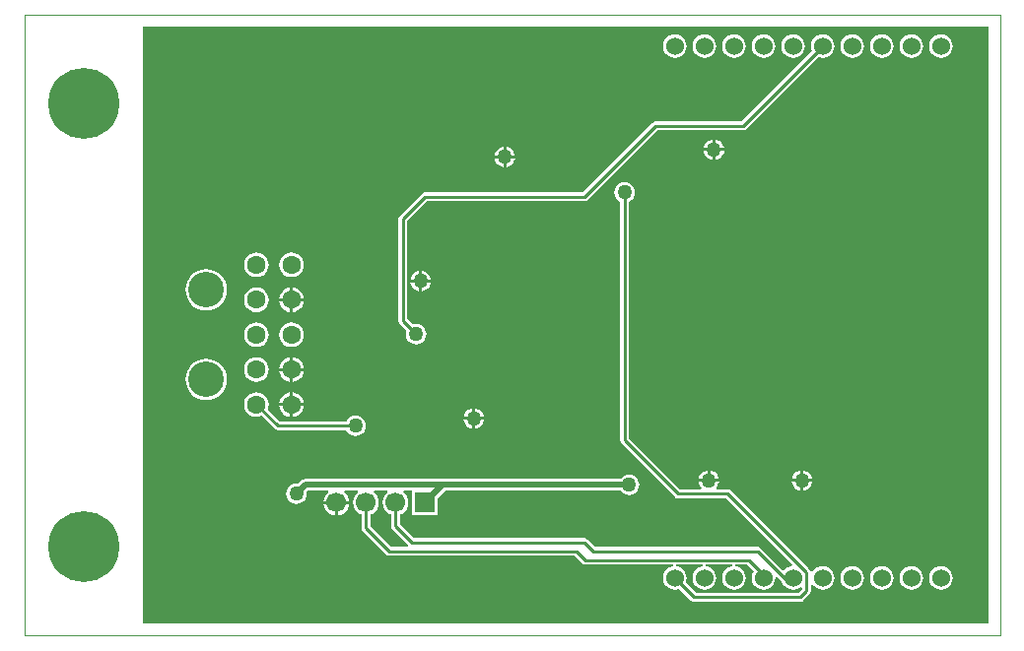
<source format=gbl>
G04*
G04 #@! TF.GenerationSoftware,Altium Limited,Altium Designer,20.1.14 (287)*
G04*
G04 Layer_Physical_Order=2*
G04 Layer_Color=16711680*
%FSLAX24Y24*%
%MOIN*%
G70*
G04*
G04 #@! TF.SameCoordinates,F515B9C2-E365-413D-9E0A-47EE242F63FB*
G04*
G04*
G04 #@! TF.FilePolarity,Positive*
G04*
G01*
G75*
%ADD12C,0.0100*%
%ADD15C,0.0000*%
%ADD41C,0.0200*%
%ADD42C,0.2400*%
%ADD43C,0.0630*%
%ADD44C,0.1201*%
%ADD45C,0.0600*%
%ADD46C,0.0669*%
%ADD47R,0.0669X0.0669*%
%ADD48C,0.0500*%
G36*
X45600Y21400D02*
X17000D01*
Y41600D01*
X45600D01*
Y21400D01*
D02*
G37*
%LPC*%
G36*
X44000Y41353D02*
X43896Y41340D01*
X43798Y41299D01*
X43715Y41235D01*
X43651Y41152D01*
X43610Y41054D01*
X43597Y40950D01*
X43610Y40846D01*
X43651Y40748D01*
X43715Y40665D01*
X43798Y40601D01*
X43896Y40560D01*
X44000Y40547D01*
X44104Y40560D01*
X44202Y40601D01*
X44285Y40665D01*
X44349Y40748D01*
X44390Y40846D01*
X44403Y40950D01*
X44390Y41054D01*
X44349Y41152D01*
X44285Y41235D01*
X44202Y41299D01*
X44104Y41340D01*
X44000Y41353D01*
D02*
G37*
G36*
X43000D02*
X42896Y41340D01*
X42798Y41299D01*
X42715Y41235D01*
X42651Y41152D01*
X42610Y41054D01*
X42597Y40950D01*
X42610Y40846D01*
X42651Y40748D01*
X42715Y40665D01*
X42798Y40601D01*
X42896Y40560D01*
X43000Y40547D01*
X43104Y40560D01*
X43202Y40601D01*
X43285Y40665D01*
X43349Y40748D01*
X43390Y40846D01*
X43403Y40950D01*
X43390Y41054D01*
X43349Y41152D01*
X43285Y41235D01*
X43202Y41299D01*
X43104Y41340D01*
X43000Y41353D01*
D02*
G37*
G36*
X42000D02*
X41896Y41340D01*
X41798Y41299D01*
X41715Y41235D01*
X41651Y41152D01*
X41610Y41054D01*
X41597Y40950D01*
X41610Y40846D01*
X41651Y40748D01*
X41715Y40665D01*
X41798Y40601D01*
X41896Y40560D01*
X42000Y40547D01*
X42104Y40560D01*
X42202Y40601D01*
X42285Y40665D01*
X42349Y40748D01*
X42390Y40846D01*
X42403Y40950D01*
X42390Y41054D01*
X42349Y41152D01*
X42285Y41235D01*
X42202Y41299D01*
X42104Y41340D01*
X42000Y41353D01*
D02*
G37*
G36*
X41000D02*
X40896Y41340D01*
X40798Y41299D01*
X40715Y41235D01*
X40651Y41152D01*
X40610Y41054D01*
X40597Y40950D01*
X40610Y40846D01*
X40651Y40748D01*
X40715Y40665D01*
X40798Y40601D01*
X40896Y40560D01*
X41000Y40547D01*
X41104Y40560D01*
X41202Y40601D01*
X41285Y40665D01*
X41349Y40748D01*
X41390Y40846D01*
X41403Y40950D01*
X41390Y41054D01*
X41349Y41152D01*
X41285Y41235D01*
X41202Y41299D01*
X41104Y41340D01*
X41000Y41353D01*
D02*
G37*
G36*
X40000D02*
X39896Y41340D01*
X39798Y41299D01*
X39715Y41235D01*
X39651Y41152D01*
X39610Y41054D01*
X39597Y40950D01*
X39610Y40846D01*
X39630Y40797D01*
X37237Y38403D01*
X34350D01*
X34291Y38391D01*
X34242Y38358D01*
X31887Y36003D01*
X26550D01*
X26491Y35991D01*
X26442Y35958D01*
X25692Y35208D01*
X25659Y35159D01*
X25647Y35100D01*
Y31650D01*
X25659Y31591D01*
X25692Y31542D01*
X25919Y31315D01*
X25909Y31291D01*
X25897Y31200D01*
X25909Y31109D01*
X25944Y31023D01*
X26000Y30950D01*
X26073Y30894D01*
X26159Y30859D01*
X26250Y30847D01*
X26341Y30859D01*
X26427Y30894D01*
X26500Y30950D01*
X26556Y31023D01*
X26591Y31109D01*
X26603Y31200D01*
X26591Y31291D01*
X26556Y31377D01*
X26500Y31450D01*
X26427Y31506D01*
X26341Y31541D01*
X26250Y31553D01*
X26159Y31541D01*
X26135Y31531D01*
X25953Y31713D01*
Y35037D01*
X26613Y35697D01*
X31950D01*
X32009Y35709D01*
X32058Y35742D01*
X34413Y38097D01*
X37300D01*
X37359Y38109D01*
X37408Y38142D01*
X39847Y40581D01*
X39896Y40560D01*
X40000Y40547D01*
X40104Y40560D01*
X40202Y40601D01*
X40285Y40665D01*
X40349Y40748D01*
X40390Y40846D01*
X40403Y40950D01*
X40390Y41054D01*
X40349Y41152D01*
X40285Y41235D01*
X40202Y41299D01*
X40104Y41340D01*
X40000Y41353D01*
D02*
G37*
G36*
X39000D02*
X38896Y41340D01*
X38798Y41299D01*
X38715Y41235D01*
X38651Y41152D01*
X38610Y41054D01*
X38597Y40950D01*
X38610Y40846D01*
X38651Y40748D01*
X38715Y40665D01*
X38798Y40601D01*
X38896Y40560D01*
X39000Y40547D01*
X39104Y40560D01*
X39202Y40601D01*
X39285Y40665D01*
X39349Y40748D01*
X39390Y40846D01*
X39403Y40950D01*
X39390Y41054D01*
X39349Y41152D01*
X39285Y41235D01*
X39202Y41299D01*
X39104Y41340D01*
X39000Y41353D01*
D02*
G37*
G36*
X38000D02*
X37896Y41340D01*
X37798Y41299D01*
X37715Y41235D01*
X37651Y41152D01*
X37610Y41054D01*
X37597Y40950D01*
X37610Y40846D01*
X37651Y40748D01*
X37715Y40665D01*
X37798Y40601D01*
X37896Y40560D01*
X38000Y40547D01*
X38104Y40560D01*
X38202Y40601D01*
X38285Y40665D01*
X38349Y40748D01*
X38390Y40846D01*
X38403Y40950D01*
X38390Y41054D01*
X38349Y41152D01*
X38285Y41235D01*
X38202Y41299D01*
X38104Y41340D01*
X38000Y41353D01*
D02*
G37*
G36*
X37000D02*
X36896Y41340D01*
X36798Y41299D01*
X36715Y41235D01*
X36651Y41152D01*
X36610Y41054D01*
X36597Y40950D01*
X36610Y40846D01*
X36651Y40748D01*
X36715Y40665D01*
X36798Y40601D01*
X36896Y40560D01*
X37000Y40547D01*
X37104Y40560D01*
X37202Y40601D01*
X37285Y40665D01*
X37349Y40748D01*
X37390Y40846D01*
X37403Y40950D01*
X37390Y41054D01*
X37349Y41152D01*
X37285Y41235D01*
X37202Y41299D01*
X37104Y41340D01*
X37000Y41353D01*
D02*
G37*
G36*
X36000D02*
X35896Y41340D01*
X35798Y41299D01*
X35715Y41235D01*
X35651Y41152D01*
X35610Y41054D01*
X35597Y40950D01*
X35610Y40846D01*
X35651Y40748D01*
X35715Y40665D01*
X35798Y40601D01*
X35896Y40560D01*
X36000Y40547D01*
X36104Y40560D01*
X36202Y40601D01*
X36285Y40665D01*
X36349Y40748D01*
X36390Y40846D01*
X36403Y40950D01*
X36390Y41054D01*
X36349Y41152D01*
X36285Y41235D01*
X36202Y41299D01*
X36104Y41340D01*
X36000Y41353D01*
D02*
G37*
G36*
X35000D02*
X34896Y41340D01*
X34798Y41299D01*
X34715Y41235D01*
X34651Y41152D01*
X34610Y41054D01*
X34597Y40950D01*
X34610Y40846D01*
X34651Y40748D01*
X34715Y40665D01*
X34798Y40601D01*
X34896Y40560D01*
X35000Y40547D01*
X35104Y40560D01*
X35202Y40601D01*
X35285Y40665D01*
X35349Y40748D01*
X35390Y40846D01*
X35403Y40950D01*
X35390Y41054D01*
X35349Y41152D01*
X35285Y41235D01*
X35202Y41299D01*
X35104Y41340D01*
X35000Y41353D01*
D02*
G37*
G36*
X36368Y37789D02*
Y37493D01*
X36664D01*
X36659Y37534D01*
X36623Y37619D01*
X36567Y37692D01*
X36494Y37748D01*
X36409Y37784D01*
X36368Y37789D01*
D02*
G37*
G36*
X36268D02*
X36226Y37784D01*
X36141Y37748D01*
X36068Y37692D01*
X36012Y37619D01*
X35977Y37534D01*
X35971Y37493D01*
X36268D01*
Y37789D01*
D02*
G37*
G36*
X29300Y37546D02*
Y37250D01*
X29596D01*
X29591Y37291D01*
X29556Y37377D01*
X29500Y37450D01*
X29427Y37506D01*
X29341Y37541D01*
X29300Y37546D01*
D02*
G37*
G36*
X29200D02*
X29159Y37541D01*
X29073Y37506D01*
X29000Y37450D01*
X28944Y37377D01*
X28909Y37291D01*
X28904Y37250D01*
X29200D01*
Y37546D01*
D02*
G37*
G36*
X36664Y37393D02*
X36368D01*
Y37096D01*
X36409Y37102D01*
X36494Y37137D01*
X36567Y37193D01*
X36623Y37266D01*
X36659Y37351D01*
X36664Y37393D01*
D02*
G37*
G36*
X36268D02*
X35971D01*
X35977Y37351D01*
X36012Y37266D01*
X36068Y37193D01*
X36141Y37137D01*
X36226Y37102D01*
X36268Y37096D01*
Y37393D01*
D02*
G37*
G36*
X29596Y37150D02*
X29300D01*
Y36854D01*
X29341Y36859D01*
X29427Y36894D01*
X29500Y36950D01*
X29556Y37023D01*
X29591Y37109D01*
X29596Y37150D01*
D02*
G37*
G36*
X29200D02*
X28904D01*
X28909Y37109D01*
X28944Y37023D01*
X29000Y36950D01*
X29073Y36894D01*
X29159Y36859D01*
X29200Y36854D01*
Y37150D01*
D02*
G37*
G36*
X22031Y33962D02*
X21923Y33948D01*
X21822Y33906D01*
X21735Y33839D01*
X21669Y33753D01*
X21627Y33652D01*
X21613Y33543D01*
X21627Y33435D01*
X21669Y33334D01*
X21735Y33247D01*
X21822Y33181D01*
X21923Y33139D01*
X22031Y33125D01*
X22139Y33139D01*
X22240Y33181D01*
X22327Y33247D01*
X22394Y33334D01*
X22435Y33435D01*
X22450Y33543D01*
X22435Y33652D01*
X22394Y33753D01*
X22327Y33839D01*
X22240Y33906D01*
X22139Y33948D01*
X22031Y33962D01*
D02*
G37*
G36*
X20850D02*
X20742Y33948D01*
X20641Y33906D01*
X20554Y33839D01*
X20488Y33753D01*
X20446Y33652D01*
X20431Y33543D01*
X20446Y33435D01*
X20488Y33334D01*
X20554Y33247D01*
X20641Y33181D01*
X20742Y33139D01*
X20850Y33125D01*
X20958Y33139D01*
X21059Y33181D01*
X21146Y33247D01*
X21212Y33334D01*
X21254Y33435D01*
X21269Y33543D01*
X21254Y33652D01*
X21212Y33753D01*
X21146Y33839D01*
X21059Y33906D01*
X20958Y33948D01*
X20850Y33962D01*
D02*
G37*
G36*
X26450Y33346D02*
Y33050D01*
X26746D01*
X26741Y33091D01*
X26706Y33177D01*
X26650Y33250D01*
X26577Y33306D01*
X26491Y33341D01*
X26450Y33346D01*
D02*
G37*
G36*
X26350D02*
X26309Y33341D01*
X26223Y33306D01*
X26150Y33250D01*
X26094Y33177D01*
X26059Y33091D01*
X26054Y33050D01*
X26350D01*
Y33346D01*
D02*
G37*
G36*
X26746Y32950D02*
X26450D01*
Y32654D01*
X26491Y32659D01*
X26577Y32694D01*
X26650Y32750D01*
X26706Y32823D01*
X26741Y32909D01*
X26746Y32950D01*
D02*
G37*
G36*
X26350D02*
X26054D01*
X26059Y32909D01*
X26094Y32823D01*
X26150Y32750D01*
X26223Y32694D01*
X26309Y32659D01*
X26350Y32654D01*
Y32950D01*
D02*
G37*
G36*
X22081Y32774D02*
Y32412D01*
X22443D01*
X22435Y32471D01*
X22394Y32571D01*
X22327Y32658D01*
X22240Y32725D01*
X22139Y32766D01*
X22081Y32774D01*
D02*
G37*
G36*
X21981D02*
X21923Y32766D01*
X21822Y32725D01*
X21735Y32658D01*
X21669Y32571D01*
X21627Y32471D01*
X21619Y32412D01*
X21981D01*
Y32774D01*
D02*
G37*
G36*
X19149Y33401D02*
X19012Y33387D01*
X18880Y33347D01*
X18758Y33282D01*
X18652Y33194D01*
X18564Y33088D01*
X18499Y32966D01*
X18459Y32834D01*
X18445Y32697D01*
X18459Y32560D01*
X18499Y32428D01*
X18564Y32306D01*
X18652Y32199D01*
X18758Y32112D01*
X18880Y32047D01*
X19012Y32007D01*
X19149Y31993D01*
X19287Y32007D01*
X19419Y32047D01*
X19540Y32112D01*
X19647Y32199D01*
X19734Y32306D01*
X19799Y32428D01*
X19839Y32560D01*
X19853Y32697D01*
X19839Y32834D01*
X19799Y32966D01*
X19734Y33088D01*
X19647Y33194D01*
X19540Y33282D01*
X19419Y33347D01*
X19287Y33387D01*
X19149Y33401D01*
D02*
G37*
G36*
X22443Y32312D02*
X22081D01*
Y31950D01*
X22139Y31958D01*
X22240Y32000D01*
X22327Y32066D01*
X22394Y32153D01*
X22435Y32254D01*
X22443Y32312D01*
D02*
G37*
G36*
X21981D02*
X21619D01*
X21627Y32254D01*
X21669Y32153D01*
X21735Y32066D01*
X21822Y32000D01*
X21923Y31958D01*
X21981Y31950D01*
Y32312D01*
D02*
G37*
G36*
X20850Y32781D02*
X20742Y32766D01*
X20641Y32725D01*
X20554Y32658D01*
X20488Y32571D01*
X20446Y32471D01*
X20431Y32362D01*
X20446Y32254D01*
X20488Y32153D01*
X20554Y32066D01*
X20641Y32000D01*
X20742Y31958D01*
X20850Y31944D01*
X20958Y31958D01*
X21059Y32000D01*
X21146Y32066D01*
X21212Y32153D01*
X21254Y32254D01*
X21269Y32362D01*
X21254Y32471D01*
X21212Y32571D01*
X21146Y32658D01*
X21059Y32725D01*
X20958Y32766D01*
X20850Y32781D01*
D02*
G37*
G36*
X22031Y31600D02*
X21923Y31585D01*
X21822Y31544D01*
X21735Y31477D01*
X21669Y31390D01*
X21627Y31289D01*
X21613Y31181D01*
X21627Y31073D01*
X21669Y30972D01*
X21735Y30885D01*
X21822Y30819D01*
X21923Y30777D01*
X22031Y30763D01*
X22139Y30777D01*
X22240Y30819D01*
X22327Y30885D01*
X22394Y30972D01*
X22435Y31073D01*
X22450Y31181D01*
X22435Y31289D01*
X22394Y31390D01*
X22327Y31477D01*
X22240Y31544D01*
X22139Y31585D01*
X22031Y31600D01*
D02*
G37*
G36*
X20850D02*
X20742Y31585D01*
X20641Y31544D01*
X20554Y31477D01*
X20488Y31390D01*
X20446Y31289D01*
X20431Y31181D01*
X20446Y31073D01*
X20488Y30972D01*
X20554Y30885D01*
X20641Y30819D01*
X20742Y30777D01*
X20850Y30763D01*
X20958Y30777D01*
X21059Y30819D01*
X21146Y30885D01*
X21212Y30972D01*
X21254Y31073D01*
X21269Y31181D01*
X21254Y31289D01*
X21212Y31390D01*
X21146Y31477D01*
X21059Y31544D01*
X20958Y31585D01*
X20850Y31600D01*
D02*
G37*
G36*
X22081Y30412D02*
Y30050D01*
X22443D01*
X22435Y30108D01*
X22394Y30209D01*
X22327Y30296D01*
X22240Y30362D01*
X22139Y30404D01*
X22081Y30412D01*
D02*
G37*
G36*
X21981D02*
X21923Y30404D01*
X21822Y30362D01*
X21735Y30296D01*
X21669Y30209D01*
X21627Y30108D01*
X21619Y30050D01*
X21981D01*
Y30412D01*
D02*
G37*
G36*
X22443Y29950D02*
X22081D01*
Y29588D01*
X22139Y29596D01*
X22240Y29638D01*
X22327Y29704D01*
X22394Y29791D01*
X22435Y29892D01*
X22443Y29950D01*
D02*
G37*
G36*
X21981D02*
X21619D01*
X21627Y29892D01*
X21669Y29791D01*
X21735Y29704D01*
X21822Y29638D01*
X21923Y29596D01*
X21981Y29588D01*
Y29950D01*
D02*
G37*
G36*
X20850Y30419D02*
X20742Y30404D01*
X20641Y30362D01*
X20554Y30296D01*
X20488Y30209D01*
X20446Y30108D01*
X20431Y30000D01*
X20446Y29892D01*
X20488Y29791D01*
X20554Y29704D01*
X20641Y29638D01*
X20742Y29596D01*
X20850Y29581D01*
X20958Y29596D01*
X21059Y29638D01*
X21146Y29704D01*
X21212Y29791D01*
X21254Y29892D01*
X21269Y30000D01*
X21254Y30108D01*
X21212Y30209D01*
X21146Y30296D01*
X21059Y30362D01*
X20958Y30404D01*
X20850Y30419D01*
D02*
G37*
G36*
X19149Y30369D02*
X19012Y30356D01*
X18880Y30316D01*
X18758Y30251D01*
X18652Y30163D01*
X18564Y30056D01*
X18499Y29935D01*
X18459Y29803D01*
X18445Y29665D01*
X18459Y29528D01*
X18499Y29396D01*
X18564Y29274D01*
X18652Y29168D01*
X18758Y29080D01*
X18880Y29015D01*
X19012Y28975D01*
X19149Y28962D01*
X19287Y28975D01*
X19419Y29015D01*
X19540Y29080D01*
X19647Y29168D01*
X19734Y29274D01*
X19799Y29396D01*
X19839Y29528D01*
X19853Y29665D01*
X19839Y29803D01*
X19799Y29935D01*
X19734Y30056D01*
X19647Y30163D01*
X19540Y30251D01*
X19419Y30316D01*
X19287Y30356D01*
X19149Y30369D01*
D02*
G37*
G36*
X22081Y29231D02*
Y28869D01*
X22443D01*
X22435Y28927D01*
X22394Y29028D01*
X22327Y29115D01*
X22240Y29181D01*
X22139Y29223D01*
X22081Y29231D01*
D02*
G37*
G36*
X21981Y29231D02*
X21923Y29223D01*
X21822Y29181D01*
X21735Y29115D01*
X21669Y29028D01*
X21627Y28927D01*
X21619Y28869D01*
X21981D01*
Y29231D01*
D02*
G37*
G36*
X22443Y28769D02*
X22081D01*
Y28407D01*
X22139Y28415D01*
X22240Y28456D01*
X22327Y28523D01*
X22394Y28610D01*
X22435Y28711D01*
X22443Y28769D01*
D02*
G37*
G36*
X21981D02*
X21619D01*
X21627Y28711D01*
X21669Y28610D01*
X21735Y28523D01*
X21822Y28456D01*
X21923Y28415D01*
X21981Y28407D01*
Y28769D01*
D02*
G37*
G36*
X28250Y28696D02*
Y28400D01*
X28546D01*
X28541Y28441D01*
X28506Y28527D01*
X28450Y28600D01*
X28377Y28656D01*
X28291Y28691D01*
X28250Y28696D01*
D02*
G37*
G36*
X28150D02*
X28109Y28691D01*
X28023Y28656D01*
X27950Y28600D01*
X27894Y28527D01*
X27859Y28441D01*
X27854Y28400D01*
X28150D01*
Y28696D01*
D02*
G37*
G36*
X28546Y28300D02*
X28250D01*
Y28004D01*
X28291Y28009D01*
X28377Y28044D01*
X28450Y28100D01*
X28506Y28173D01*
X28541Y28259D01*
X28546Y28300D01*
D02*
G37*
G36*
X28150D02*
X27854D01*
X27859Y28259D01*
X27894Y28173D01*
X27950Y28100D01*
X28023Y28044D01*
X28109Y28009D01*
X28150Y28004D01*
Y28300D01*
D02*
G37*
G36*
X20850Y29237D02*
X20742Y29223D01*
X20641Y29181D01*
X20554Y29115D01*
X20488Y29028D01*
X20446Y28927D01*
X20431Y28819D01*
X20446Y28711D01*
X20488Y28610D01*
X20554Y28523D01*
X20641Y28456D01*
X20742Y28415D01*
X20850Y28400D01*
X20958Y28415D01*
X21015Y28438D01*
X21461Y27992D01*
X21510Y27959D01*
X21569Y27947D01*
X23885D01*
X23894Y27923D01*
X23950Y27850D01*
X24023Y27794D01*
X24109Y27759D01*
X24200Y27747D01*
X24291Y27759D01*
X24377Y27794D01*
X24450Y27850D01*
X24506Y27923D01*
X24541Y28009D01*
X24553Y28100D01*
X24541Y28191D01*
X24506Y28277D01*
X24450Y28350D01*
X24377Y28406D01*
X24291Y28441D01*
X24200Y28453D01*
X24109Y28441D01*
X24023Y28406D01*
X23950Y28350D01*
X23894Y28277D01*
X23885Y28253D01*
X21632D01*
X21231Y28654D01*
X21254Y28711D01*
X21269Y28819D01*
X21254Y28927D01*
X21212Y29028D01*
X21146Y29115D01*
X21059Y29181D01*
X20958Y29223D01*
X20850Y29237D01*
D02*
G37*
G36*
X39350Y26596D02*
Y26300D01*
X39646D01*
X39641Y26341D01*
X39606Y26427D01*
X39550Y26500D01*
X39477Y26556D01*
X39391Y26591D01*
X39350Y26596D01*
D02*
G37*
G36*
X39250D02*
X39209Y26591D01*
X39123Y26556D01*
X39050Y26500D01*
X38994Y26427D01*
X38959Y26341D01*
X38954Y26300D01*
X39250D01*
Y26596D01*
D02*
G37*
G36*
X36200D02*
Y26300D01*
X36496D01*
X36491Y26341D01*
X36456Y26427D01*
X36400Y26500D01*
X36327Y26556D01*
X36241Y26591D01*
X36200Y26596D01*
D02*
G37*
G36*
X36100D02*
X36059Y26591D01*
X35973Y26556D01*
X35900Y26500D01*
X35844Y26427D01*
X35809Y26341D01*
X35804Y26300D01*
X36100D01*
Y26596D01*
D02*
G37*
G36*
X39646Y26200D02*
X39350D01*
Y25904D01*
X39391Y25909D01*
X39477Y25944D01*
X39550Y26000D01*
X39606Y26073D01*
X39641Y26159D01*
X39646Y26200D01*
D02*
G37*
G36*
X39250D02*
X38954D01*
X38959Y26159D01*
X38994Y26073D01*
X39050Y26000D01*
X39123Y25944D01*
X39209Y25909D01*
X39250Y25904D01*
Y26200D01*
D02*
G37*
G36*
X33300Y36353D02*
X33209Y36341D01*
X33123Y36306D01*
X33050Y36250D01*
X32994Y36177D01*
X32959Y36091D01*
X32947Y36000D01*
X32959Y35909D01*
X32994Y35823D01*
X33050Y35750D01*
X33123Y35694D01*
X33147Y35685D01*
Y27600D01*
X33159Y27541D01*
X33192Y27492D01*
X34995Y25689D01*
X35044Y25656D01*
X35103Y25644D01*
X36726D01*
X38970Y23400D01*
X38952Y23347D01*
X38896Y23340D01*
X38798Y23299D01*
X38715Y23235D01*
X38701Y23218D01*
X38652Y23215D01*
X37908Y23958D01*
X37859Y23991D01*
X37800Y24003D01*
X32313D01*
X32058Y24258D01*
X32009Y24291D01*
X31950Y24303D01*
X26163D01*
X25703Y24763D01*
Y25093D01*
X25769Y25120D01*
X25860Y25190D01*
X25930Y25281D01*
X25973Y25387D01*
X25988Y25500D01*
X25973Y25613D01*
X25930Y25719D01*
X25860Y25810D01*
X25813Y25846D01*
X25830Y25896D01*
X26115D01*
Y25065D01*
X26985D01*
Y25646D01*
X27234Y25896D01*
X33165D01*
X33200Y25850D01*
X33273Y25794D01*
X33359Y25759D01*
X33450Y25747D01*
X33541Y25759D01*
X33627Y25794D01*
X33700Y25850D01*
X33756Y25923D01*
X33791Y26009D01*
X33803Y26100D01*
X33791Y26191D01*
X33756Y26277D01*
X33700Y26350D01*
X33627Y26406D01*
X33541Y26441D01*
X33450Y26453D01*
X33359Y26441D01*
X33273Y26406D01*
X33200Y26350D01*
X33165Y26304D01*
X22500D01*
X22422Y26288D01*
X22356Y26244D01*
X22257Y26146D01*
X22200Y26153D01*
X22109Y26141D01*
X22023Y26106D01*
X21950Y26050D01*
X21894Y25977D01*
X21859Y25891D01*
X21847Y25800D01*
X21859Y25709D01*
X21894Y25623D01*
X21950Y25550D01*
X22023Y25494D01*
X22109Y25459D01*
X22200Y25447D01*
X22291Y25459D01*
X22377Y25494D01*
X22450Y25550D01*
X22506Y25623D01*
X22541Y25709D01*
X22553Y25800D01*
X22545Y25857D01*
X22584Y25896D01*
X23270D01*
X23287Y25846D01*
X23240Y25810D01*
X23170Y25719D01*
X23127Y25613D01*
X23118Y25550D01*
X23550D01*
X23982D01*
X23973Y25613D01*
X23930Y25719D01*
X23860Y25810D01*
X23813Y25846D01*
X23830Y25896D01*
X24270D01*
X24287Y25846D01*
X24240Y25810D01*
X24170Y25719D01*
X24127Y25613D01*
X24112Y25500D01*
X24127Y25387D01*
X24170Y25281D01*
X24240Y25190D01*
X24331Y25120D01*
X24397Y25093D01*
Y24650D01*
X24409Y24591D01*
X24442Y24542D01*
X25242Y23742D01*
X25291Y23709D01*
X25350Y23697D01*
X31604D01*
X31859Y23442D01*
X31909Y23409D01*
X31967Y23397D01*
X34948D01*
X34951Y23347D01*
X34896Y23340D01*
X34798Y23299D01*
X34715Y23235D01*
X34651Y23152D01*
X34610Y23054D01*
X34597Y22950D01*
X34610Y22846D01*
X34651Y22748D01*
X34715Y22665D01*
X34798Y22601D01*
X34896Y22560D01*
X35000Y22547D01*
X35104Y22560D01*
X35153Y22580D01*
X35548Y22186D01*
X35597Y22153D01*
X35656Y22141D01*
X39244D01*
X39303Y22153D01*
X39352Y22186D01*
X39558Y22392D01*
X39591Y22441D01*
X39603Y22500D01*
Y22720D01*
X39648Y22745D01*
X39653Y22745D01*
X39715Y22665D01*
X39798Y22601D01*
X39896Y22560D01*
X40000Y22547D01*
X40104Y22560D01*
X40202Y22601D01*
X40285Y22665D01*
X40349Y22748D01*
X40390Y22846D01*
X40403Y22950D01*
X40390Y23054D01*
X40349Y23152D01*
X40285Y23235D01*
X40202Y23299D01*
X40104Y23340D01*
X40000Y23353D01*
X39896Y23340D01*
X39798Y23299D01*
X39715Y23235D01*
X39651Y23152D01*
X39650Y23152D01*
X39599Y23157D01*
X39591Y23195D01*
X39558Y23245D01*
X36897Y25905D01*
X36848Y25938D01*
X36789Y25950D01*
X36412D01*
X36396Y25997D01*
X36400Y26000D01*
X36456Y26073D01*
X36491Y26159D01*
X36496Y26200D01*
X35804D01*
X35809Y26159D01*
X35844Y26073D01*
X35900Y26000D01*
X35904Y25997D01*
X35888Y25950D01*
X35166D01*
X33453Y27663D01*
Y35685D01*
X33477Y35694D01*
X33550Y35750D01*
X33606Y35823D01*
X33641Y35909D01*
X33653Y36000D01*
X33641Y36091D01*
X33606Y36177D01*
X33550Y36250D01*
X33477Y36306D01*
X33391Y36341D01*
X33300Y36353D01*
D02*
G37*
G36*
X23982Y25450D02*
X23600D01*
Y25068D01*
X23663Y25077D01*
X23769Y25120D01*
X23860Y25190D01*
X23930Y25281D01*
X23973Y25387D01*
X23982Y25450D01*
D02*
G37*
G36*
X23500D02*
X23118D01*
X23127Y25387D01*
X23170Y25281D01*
X23240Y25190D01*
X23331Y25120D01*
X23437Y25077D01*
X23500Y25068D01*
Y25450D01*
D02*
G37*
G36*
X44000Y23353D02*
X43896Y23340D01*
X43798Y23299D01*
X43715Y23235D01*
X43651Y23152D01*
X43610Y23054D01*
X43597Y22950D01*
X43610Y22846D01*
X43651Y22748D01*
X43715Y22665D01*
X43798Y22601D01*
X43896Y22560D01*
X44000Y22547D01*
X44104Y22560D01*
X44202Y22601D01*
X44285Y22665D01*
X44349Y22748D01*
X44390Y22846D01*
X44403Y22950D01*
X44390Y23054D01*
X44349Y23152D01*
X44285Y23235D01*
X44202Y23299D01*
X44104Y23340D01*
X44000Y23353D01*
D02*
G37*
G36*
X43000D02*
X42896Y23340D01*
X42798Y23299D01*
X42715Y23235D01*
X42651Y23152D01*
X42610Y23054D01*
X42597Y22950D01*
X42610Y22846D01*
X42651Y22748D01*
X42715Y22665D01*
X42798Y22601D01*
X42896Y22560D01*
X43000Y22547D01*
X43104Y22560D01*
X43202Y22601D01*
X43285Y22665D01*
X43349Y22748D01*
X43390Y22846D01*
X43403Y22950D01*
X43390Y23054D01*
X43349Y23152D01*
X43285Y23235D01*
X43202Y23299D01*
X43104Y23340D01*
X43000Y23353D01*
D02*
G37*
G36*
X42000D02*
X41896Y23340D01*
X41798Y23299D01*
X41715Y23235D01*
X41651Y23152D01*
X41610Y23054D01*
X41597Y22950D01*
X41610Y22846D01*
X41651Y22748D01*
X41715Y22665D01*
X41798Y22601D01*
X41896Y22560D01*
X42000Y22547D01*
X42104Y22560D01*
X42202Y22601D01*
X42285Y22665D01*
X42349Y22748D01*
X42390Y22846D01*
X42403Y22950D01*
X42390Y23054D01*
X42349Y23152D01*
X42285Y23235D01*
X42202Y23299D01*
X42104Y23340D01*
X42000Y23353D01*
D02*
G37*
G36*
X41000D02*
X40896Y23340D01*
X40798Y23299D01*
X40715Y23235D01*
X40651Y23152D01*
X40610Y23054D01*
X40597Y22950D01*
X40610Y22846D01*
X40651Y22748D01*
X40715Y22665D01*
X40798Y22601D01*
X40896Y22560D01*
X41000Y22547D01*
X41104Y22560D01*
X41202Y22601D01*
X41285Y22665D01*
X41349Y22748D01*
X41390Y22846D01*
X41403Y22950D01*
X41390Y23054D01*
X41349Y23152D01*
X41285Y23235D01*
X41202Y23299D01*
X41104Y23340D01*
X41000Y23353D01*
D02*
G37*
%LPD*%
G36*
X25287Y25846D02*
X25240Y25810D01*
X25170Y25719D01*
X25127Y25613D01*
X25112Y25500D01*
X25127Y25387D01*
X25170Y25281D01*
X25240Y25190D01*
X25331Y25120D01*
X25397Y25093D01*
Y24700D01*
X25409Y24641D01*
X25442Y24592D01*
X25981Y24053D01*
X25967Y24009D01*
X25962Y24003D01*
X25413D01*
X24703Y24713D01*
Y25093D01*
X24769Y25120D01*
X24860Y25190D01*
X24930Y25281D01*
X24973Y25387D01*
X24988Y25500D01*
X24973Y25613D01*
X24930Y25719D01*
X24860Y25810D01*
X24813Y25846D01*
X24830Y25896D01*
X25270D01*
X25287Y25846D01*
D02*
G37*
G36*
X37664Y23169D02*
X37651Y23152D01*
X37610Y23054D01*
X37597Y22950D01*
X37610Y22846D01*
X37651Y22748D01*
X37715Y22665D01*
X37798Y22601D01*
X37896Y22560D01*
X38000Y22547D01*
X38104Y22560D01*
X38202Y22601D01*
X38285Y22665D01*
X38349Y22748D01*
X38390Y22846D01*
X38403Y22950D01*
X38401Y22965D01*
X38446Y22987D01*
X38592Y22842D01*
X38619Y22823D01*
X38651Y22748D01*
X38715Y22665D01*
X38798Y22601D01*
X38896Y22560D01*
X39000Y22547D01*
X39104Y22560D01*
X39202Y22601D01*
X39247Y22635D01*
X39297Y22611D01*
Y22563D01*
X39181Y22447D01*
X35719D01*
X35370Y22797D01*
X35390Y22846D01*
X35403Y22950D01*
X35390Y23054D01*
X35349Y23152D01*
X35285Y23235D01*
X35202Y23299D01*
X35104Y23340D01*
X35049Y23347D01*
X35052Y23397D01*
X35948D01*
X35951Y23347D01*
X35896Y23340D01*
X35798Y23299D01*
X35715Y23235D01*
X35651Y23152D01*
X35610Y23054D01*
X35597Y22950D01*
X35610Y22846D01*
X35651Y22748D01*
X35715Y22665D01*
X35798Y22601D01*
X35896Y22560D01*
X36000Y22547D01*
X36104Y22560D01*
X36202Y22601D01*
X36285Y22665D01*
X36349Y22748D01*
X36390Y22846D01*
X36403Y22950D01*
X36390Y23054D01*
X36349Y23152D01*
X36285Y23235D01*
X36202Y23299D01*
X36104Y23340D01*
X36049Y23347D01*
X36052Y23397D01*
X36948D01*
X36951Y23347D01*
X36896Y23340D01*
X36798Y23299D01*
X36715Y23235D01*
X36651Y23152D01*
X36610Y23054D01*
X36597Y22950D01*
X36610Y22846D01*
X36651Y22748D01*
X36715Y22665D01*
X36798Y22601D01*
X36896Y22560D01*
X37000Y22547D01*
X37104Y22560D01*
X37202Y22601D01*
X37285Y22665D01*
X37349Y22748D01*
X37390Y22846D01*
X37403Y22950D01*
X37390Y23054D01*
X37349Y23152D01*
X37285Y23235D01*
X37202Y23299D01*
X37104Y23340D01*
X37049Y23347D01*
X37052Y23397D01*
X37437D01*
X37664Y23169D01*
D02*
G37*
D12*
X20850Y28819D02*
X21569Y28100D01*
X24200D01*
X37300Y38250D02*
X40000Y40950D01*
X34350Y38250D02*
X37300D01*
X31950Y35850D02*
X34350Y38250D01*
X26550Y35850D02*
X31950D01*
X25800Y35100D02*
X26550Y35850D01*
X25800Y31650D02*
Y35100D01*
Y31650D02*
X26250Y31200D01*
X35103Y25797D02*
X36789D01*
X33300Y27600D02*
Y36000D01*
Y27600D02*
X35103Y25797D01*
X39244Y22294D02*
X39450Y22500D01*
X35656Y22294D02*
X39244D01*
X39450Y22500D02*
Y23136D01*
X35000Y22950D02*
X35656Y22294D01*
X36789Y25797D02*
X39450Y23136D01*
X37500Y23550D02*
X38050Y23000D01*
X31667Y23850D02*
X31967Y23550D01*
X37500D01*
X37800Y23850D02*
X38700Y22950D01*
X39050D01*
X32250Y23850D02*
X37800D01*
X25350D02*
X31667D01*
X24550Y24650D02*
X25350Y23850D01*
X24550Y24650D02*
Y25500D01*
X25550Y24700D02*
X26100Y24150D01*
X25550Y24700D02*
Y25500D01*
X26100Y24150D02*
X31950D01*
X32250Y23850D01*
X38050Y22950D02*
Y23000D01*
D15*
X13000Y21000D02*
Y42000D01*
Y21000D02*
X46000D01*
Y42000D01*
X13000D02*
X46000D01*
D41*
X22200Y25800D02*
X22500Y26100D01*
X27150D01*
X26550Y25500D02*
X27150Y26100D01*
X33450D01*
D42*
X15000Y24000D02*
D03*
Y39000D02*
D03*
D43*
X20850Y28819D02*
D03*
Y30000D02*
D03*
Y31181D02*
D03*
Y32362D02*
D03*
Y33543D02*
D03*
X22031Y28819D02*
D03*
Y30000D02*
D03*
Y31181D02*
D03*
Y32362D02*
D03*
Y33543D02*
D03*
D44*
X19149Y32697D02*
D03*
Y29665D02*
D03*
D45*
X44000Y40950D02*
D03*
X43000D02*
D03*
X42000D02*
D03*
X41000D02*
D03*
X40000D02*
D03*
X39000D02*
D03*
X38000D02*
D03*
X37000D02*
D03*
X36000D02*
D03*
X35000D02*
D03*
Y22950D02*
D03*
X36000D02*
D03*
X37000D02*
D03*
X38000D02*
D03*
X39000D02*
D03*
X40000D02*
D03*
X41000D02*
D03*
X42000D02*
D03*
X43000D02*
D03*
X44000D02*
D03*
D46*
X23550Y25500D02*
D03*
X24550D02*
D03*
X25550D02*
D03*
D47*
X26550D02*
D03*
D48*
X24200Y28100D02*
D03*
X36318Y37443D02*
D03*
X26250Y31200D02*
D03*
X39300Y26250D02*
D03*
X33300Y36000D02*
D03*
X29250Y37200D02*
D03*
X22200Y25800D02*
D03*
X33450Y26100D02*
D03*
X36150Y26250D02*
D03*
X26400Y33000D02*
D03*
X28200Y28350D02*
D03*
M02*

</source>
